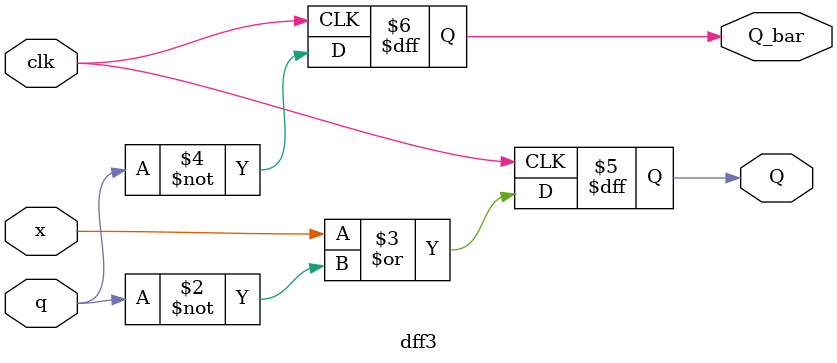
<source format=v>
module top_module (
    input clk,
    input x,
    output z
); 
    wire w1,w2,w3,w4,w5,w6;
    
    dff1 inst1(x,w1,clk,w1,w2);
    dff2 inst2(x,w3,clk,w3,w4);
    dff3 inst3(x,w5,clk,w5,w6);
    
    assign z = ~(w1 | w3 | w5);

endmodule

module dff1 (input x , input q , input clk , output Q , output Q_bar);
    always @(posedge clk) begin
        Q = x ^ q;
        Q_bar = ~q;
    end
endmodule

module dff2 (input x , input q , input clk , output Q , output Q_bar);
    always @(posedge clk) begin
        Q = x & ~q;
        Q_bar = ~q;
    end
endmodule

module dff3 (input x , input q , input clk , output Q , output Q_bar);
    always @(posedge clk) begin
        Q = x | ~q;
        Q_bar = ~q;
    end
endmodule
</source>
